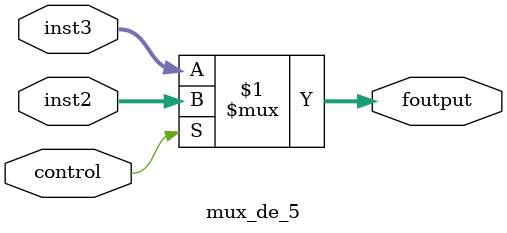
<source format=v>
module mux_de_5(inst2,inst3,control,foutput);
input[4:0] inst2,inst3;
input control;
output[4:0] foutput;

assign foutput=(control)?inst2:inst3;
endmodule

</source>
